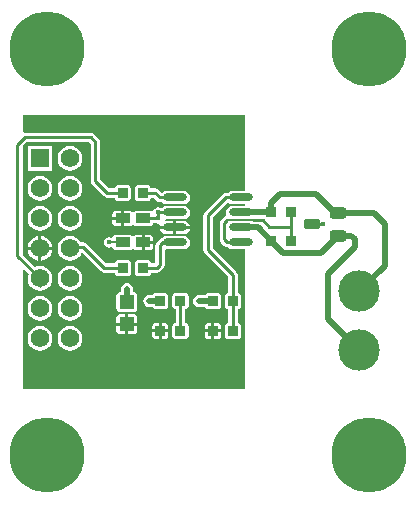
<source format=gtl>
%FSLAX24Y24*%
%MOIN*%
%SFA1B1*%

%IPPOS*%
%AMD10*
4,1,8,-0.027500,0.009900,-0.027500,-0.009900,-0.017700,-0.019700,0.017700,-0.019700,0.027500,-0.009900,0.027500,0.009900,0.017700,0.019700,-0.017700,0.019700,-0.027500,0.009900,0.0*
1,1,0.019600,-0.017700,0.009900*
1,1,0.019600,-0.017700,-0.009900*
1,1,0.019600,0.017700,-0.009900*
1,1,0.019600,0.017700,0.009900*
%
%AMD11*
4,1,8,-0.027500,0.009900,-0.027500,-0.009900,-0.017700,-0.019700,0.017700,-0.019700,0.027500,-0.009900,0.027500,0.009900,0.017700,0.019700,-0.017700,0.019700,-0.027500,0.009900,0.0*
1,1,0.019600,-0.017700,0.009900*
1,1,0.019600,-0.017700,-0.009900*
1,1,0.019600,0.017700,-0.009900*
1,1,0.019600,0.017700,0.009900*
%
%AMD12*
4,1,8,-0.027500,0.008800,-0.027500,-0.008800,-0.018600,-0.017700,0.018600,-0.017700,0.027500,-0.008800,0.027500,0.008800,0.018600,0.017700,-0.018600,0.017700,-0.027500,0.008800,0.0*
1,1,0.017800,-0.018600,0.008800*
1,1,0.017800,-0.018600,-0.008800*
1,1,0.017800,0.018600,-0.008800*
1,1,0.017800,0.018600,0.008800*
%
%AMD13*
4,1,8,-0.015000,-0.017700,0.015000,-0.017700,0.016700,-0.016000,0.016700,0.016000,0.015000,0.017700,-0.015000,0.017700,-0.016700,0.016000,-0.016700,-0.016000,-0.015000,-0.017700,0.0*
1,1,0.003400,-0.015000,-0.016000*
1,1,0.003400,0.015000,-0.016000*
1,1,0.003400,0.015000,0.016000*
1,1,0.003400,-0.015000,0.016000*
%
%AMD14*
4,1,8,-0.022000,-0.015700,0.022000,-0.015700,0.023600,-0.014100,0.023600,0.014100,0.022000,0.015700,-0.022000,0.015700,-0.023600,0.014100,-0.023600,-0.014100,-0.022000,-0.015700,0.0*
1,1,0.003200,-0.022000,-0.014100*
1,1,0.003200,0.022000,-0.014100*
1,1,0.003200,0.022000,0.014100*
1,1,0.003200,-0.022000,0.014100*
%
%AMD15*
4,1,8,-0.024600,0.021200,-0.024600,-0.021200,-0.022200,-0.023600,0.022200,-0.023600,0.024600,-0.021200,0.024600,0.021200,0.022200,0.023600,-0.022200,0.023600,-0.024600,0.021200,0.0*
1,1,0.004800,-0.022200,0.021200*
1,1,0.004800,-0.022200,-0.021200*
1,1,0.004800,0.022200,-0.021200*
1,1,0.004800,0.022200,0.021200*
%
G04~CAMADD=10~8~0.0~0.0~394.0~551.0~98.0~0.0~15~0.0~0.0~0.0~0.0~0~0.0~0.0~0.0~0.0~0~0.0~0.0~0.0~90.0~550.0~393.0*
%ADD10D10*%
G04~CAMADD=11~8~0.0~0.0~394.0~551.0~98.0~0.0~15~0.0~0.0~0.0~0.0~0~0.0~0.0~0.0~0.0~0~0.0~0.0~0.0~90.0~550.0~393.0*
%ADD11D11*%
G04~CAMADD=12~8~0.0~0.0~354.0~551.0~89.0~0.0~15~0.0~0.0~0.0~0.0~0~0.0~0.0~0.0~0.0~0~0.0~0.0~0.0~90.0~550.0~353.0*
%ADD12D12*%
G04~CAMADD=13~8~0.0~0.0~335.0~354.0~17.0~0.0~15~0.0~0.0~0.0~0.0~0~0.0~0.0~0.0~0.0~0~0.0~0.0~0.0~180.0~334.0~354.0*
%ADD13D13*%
G04~CAMADD=14~8~0.0~0.0~472.0~315.0~16.0~0.0~15~0.0~0.0~0.0~0.0~0~0.0~0.0~0.0~0.0~0~0.0~0.0~0.0~180.0~472.0~314.0*
%ADD14D14*%
G04~CAMADD=15~8~0.0~0.0~472.0~492.0~24.0~0.0~15~0.0~0.0~0.0~0.0~0~0.0~0.0~0.0~0.0~0~0.0~0.0~0.0~90.0~492.0~472.0*
%ADD15D15*%
%ADD16O,0.080000X0.024000*%
%ADD17C,0.010000*%
%ADD18C,0.006000*%
%ADD19C,0.020000*%
%ADD20C,0.250000*%
%ADD21C,0.137800*%
%ADD22C,0.062000*%
%ADD23R,0.062000X0.062000*%
%ADD24C,0.015000*%
%LNpcb-1*%
%LPD*%
G36*
X17650Y17874D02*
X17220D01*
X17134Y17857*
X17061Y17809*
X17058Y17803*
X17000*
X16941Y17791*
X16892Y17758*
X16292Y17158*
X16259Y17109*
X16247Y17050*
Y15900*
X16259Y15841*
X16292Y15792*
X17082Y15002*
Y14479*
X17039Y14470*
X17000Y14445*
X16974Y14406*
X16965Y14360*
Y14040*
X16974Y13994*
X17000Y13955*
X17039Y13930*
X17082Y13921*
Y13479*
X17039Y13470*
X17000Y13445*
X16974Y13406*
X16965Y13360*
Y13040*
X16974Y12994*
X17000Y12955*
X17039Y12930*
X17084Y12921*
X17385*
X17431Y12930*
X17469Y12955*
X17495Y12994*
X17504Y13040*
Y13360*
X17495Y13406*
X17469Y13445*
X17431Y13470*
X17388Y13479*
Y13921*
X17431Y13930*
X17469Y13955*
X17495Y13994*
X17504Y14040*
Y14360*
X17495Y14406*
X17469Y14445*
X17431Y14470*
X17388Y14479*
Y15065*
X17376Y15124*
X17343Y15173*
X16553Y15963*
Y16987*
X17058Y17492*
X17061Y17491*
X17134Y17443*
X17220Y17426*
X17650*
Y17374*
X17220*
X17134Y17357*
X17061Y17309*
X17013Y17236*
X16996Y17150*
X17007Y17095*
X16993Y17046*
X16975Y17030*
X16942Y17008*
X16842Y16908*
X16809Y16859*
X16797Y16800*
Y16250*
X16809Y16191*
X16842Y16142*
X16942Y16042*
X16991Y16009*
X17050Y15997*
X17058*
X17061Y15991*
X17134Y15943*
X17220Y15926*
X17650*
Y11250*
X10500*
X10285*
X10250Y11285*
Y15218*
X10296Y15238*
X10423Y15111*
X10401Y15057*
X10386Y14950*
X10401Y14843*
X10442Y14743*
X10508Y14658*
X10593Y14592*
X10693Y14551*
X10800Y14536*
X10907Y14551*
X11007Y14592*
X11092Y14658*
X11158Y14743*
X11199Y14843*
X11214Y14950*
X11199Y15057*
X11158Y15157*
X11092Y15242*
X11007Y15308*
X10907Y15349*
X10800Y15364*
X10693Y15349*
X10639Y15327*
X10250Y15716*
Y19384*
X10363Y19497*
X12437*
X12497Y19437*
Y18200*
X12509Y18141*
X12542Y18092*
X12942Y17692*
X12991Y17659*
X13050Y17647*
X13286*
Y17640*
X13295Y17594*
X13321Y17555*
X13359Y17530*
X13405Y17521*
X13706*
X13752Y17530*
X13790Y17555*
X13816Y17594*
X13825Y17640*
Y17960*
X13816Y18006*
X13790Y18045*
X13752Y18070*
X13706Y18079*
X13405*
X13359Y18070*
X13321Y18045*
X13295Y18006*
X13286Y17960*
Y17953*
X13113*
X12803Y18263*
Y19500*
X12791Y19559*
X12758Y19608*
X12608Y19758*
X12559Y19791*
X12500Y19803*
X10300*
X10250Y19844*
Y20400*
X17650*
Y17874*
G37*
%LNpcb-2*%
%LPC*%
G36*
X13922Y13765D02*
X13750D01*
Y13476*
X14048*
Y13639*
X14039Y13687*
X14012Y13728*
X13971Y13755*
X13922Y13765*
G37*
G36*
X10800Y14364D02*
X10693Y14349D01*
X10593Y14308*
X10508Y14242*
X10442Y14157*
X10401Y14057*
X10386Y13950*
X10401Y13843*
X10442Y13743*
X10508Y13658*
X10593Y13592*
X10693Y13551*
X10800Y13536*
X10907Y13551*
X11007Y13592*
X11092Y13658*
X11158Y13743*
X11199Y13843*
X11214Y13950*
X11199Y14057*
X11158Y14157*
X11092Y14242*
X11007Y14308*
X10907Y14349*
X10800Y14364*
G37*
G36*
X16515Y13479D02*
X16415D01*
X16369Y13470*
X16331Y13445*
X16305Y13406*
X16296Y13360*
Y13250*
X16515*
Y13479*
G37*
G36*
X16716D02*
X16615D01*
Y13250*
X16835*
Y13360*
X16826Y13406*
X16800Y13445*
X16761Y13470*
X16716Y13479*
G37*
G36*
X13650Y13765D02*
X13478D01*
X13429Y13755*
X13388Y13728*
X13361Y13687*
X13352Y13639*
Y13476*
X13650*
Y13765*
G37*
G36*
X16716Y14479D02*
X16415D01*
X16369Y14470*
X16331Y14445*
X16305Y14406*
X16304Y14404*
X16100*
X16022Y14388*
X15956Y14344*
X15912Y14278*
X15896Y14200*
X15912Y14122*
X15956Y14056*
X16022Y14012*
X16100Y13996*
X16304*
X16305Y13994*
X16331Y13955*
X16369Y13930*
X16415Y13921*
X16716*
X16761Y13930*
X16800Y13955*
X16826Y13994*
X16835Y14040*
Y14360*
X16826Y14406*
X16800Y14445*
X16761Y14470*
X16716Y14479*
G37*
G36*
X11800Y15364D02*
X11693Y15349D01*
X11593Y15308*
X11508Y15242*
X11442Y15157*
X11401Y15057*
X11386Y14950*
X11401Y14843*
X11442Y14743*
X11508Y14658*
X11593Y14592*
X11693Y14551*
X11800Y14536*
X11907Y14551*
X12007Y14592*
X12092Y14658*
X12158Y14743*
X12199Y14843*
X12214Y14950*
X12199Y15057*
X12158Y15157*
X12092Y15242*
X12007Y15308*
X11907Y15349*
X11800Y15364*
G37*
G36*
X14966Y14479D02*
X14665D01*
X14619Y14470*
X14581Y14445*
X14555Y14406*
X14554Y14404*
X14450*
X14372Y14388*
X14306Y14344*
X14262Y14278*
X14246Y14200*
X14262Y14122*
X14306Y14056*
X14372Y14012*
X14450Y13996*
X14554*
X14555Y13994*
X14581Y13955*
X14619Y13930*
X14665Y13921*
X14966*
X15011Y13930*
X15050Y13955*
X15076Y13994*
X15085Y14040*
Y14360*
X15076Y14406*
X15050Y14445*
X15011Y14470*
X14966Y14479*
G37*
G36*
X11800Y14364D02*
X11693Y14349D01*
X11593Y14308*
X11508Y14242*
X11442Y14157*
X11401Y14057*
X11386Y13950*
X11401Y13843*
X11442Y13743*
X11508Y13658*
X11593Y13592*
X11693Y13551*
X11800Y13536*
X11907Y13551*
X12007Y13592*
X12092Y13658*
X12158Y13743*
X12199Y13843*
X12214Y13950*
X12199Y14057*
X12158Y14157*
X12092Y14242*
X12007Y14308*
X11907Y14349*
X11800Y14364*
G37*
G36*
X13700Y14804D02*
X13622Y14788D01*
X13556Y14744*
X13512Y14678*
X13496Y14600*
Y14513*
X13478*
X13429Y14503*
X13388Y14476*
X13361Y14435*
X13352Y14387*
Y13961*
X13361Y13913*
X13388Y13872*
X13429Y13845*
X13478Y13835*
X13922*
X13971Y13845*
X14012Y13872*
X14039Y13913*
X14048Y13961*
Y14387*
X14039Y14435*
X14012Y14476*
X13971Y14503*
X13922Y14513*
X13904*
Y14600*
X13888Y14678*
X13844Y14744*
X13778Y14788*
X13700Y14804*
G37*
G36*
X14966Y13479D02*
X14865D01*
Y13250*
X15085*
Y13360*
X15076Y13406*
X15050Y13445*
X15011Y13470*
X14966Y13479*
G37*
G36*
X15085Y13150D02*
X14865D01*
Y12921*
X14966*
X15011Y12930*
X15050Y12955*
X15076Y12994*
X15085Y13040*
Y13150*
G37*
G36*
X15635Y14479D02*
X15334D01*
X15289Y14470*
X15250Y14445*
X15224Y14406*
X15215Y14360*
Y14040*
X15224Y13994*
X15250Y13955*
X15289Y13930*
X15332Y13921*
Y13479*
X15289Y13470*
X15250Y13445*
X15224Y13406*
X15215Y13360*
Y13040*
X15224Y12994*
X15250Y12955*
X15289Y12930*
X15334Y12921*
X15635*
X15681Y12930*
X15719Y12955*
X15745Y12994*
X15754Y13040*
Y13360*
X15745Y13406*
X15719Y13445*
X15681Y13470*
X15638Y13479*
Y13921*
X15681Y13930*
X15719Y13955*
X15745Y13994*
X15754Y14040*
Y14360*
X15745Y14406*
X15719Y14445*
X15681Y14470*
X15635Y14479*
G37*
G36*
X14765Y13150D02*
X14546D01*
Y13040*
X14555Y12994*
X14581Y12955*
X14619Y12930*
X14665Y12921*
X14765*
Y13150*
G37*
G36*
X10800Y13364D02*
X10693Y13349D01*
X10593Y13308*
X10508Y13242*
X10442Y13157*
X10401Y13057*
X10386Y12950*
X10401Y12843*
X10442Y12743*
X10508Y12658*
X10593Y12592*
X10693Y12551*
X10800Y12536*
X10907Y12551*
X11007Y12592*
X11092Y12658*
X11158Y12743*
X11199Y12843*
X11214Y12950*
X11199Y13057*
X11158Y13157*
X11092Y13242*
X11007Y13308*
X10907Y13349*
X10800Y13364*
G37*
G36*
X11800D02*
X11693Y13349D01*
X11593Y13308*
X11508Y13242*
X11442Y13157*
X11401Y13057*
X11386Y12950*
X11401Y12843*
X11442Y12743*
X11508Y12658*
X11593Y12592*
X11693Y12551*
X11800Y12536*
X11907Y12551*
X12007Y12592*
X12092Y12658*
X12158Y12743*
X12199Y12843*
X12214Y12950*
X12199Y13057*
X12158Y13157*
X12092Y13242*
X12007Y13308*
X11907Y13349*
X11800Y13364*
G37*
G36*
X14048Y13376D02*
X13750D01*
Y13087*
X13922*
X13971Y13097*
X14012Y13124*
X14039Y13165*
X14048Y13213*
Y13376*
G37*
G36*
X14765Y13479D02*
X14665D01*
X14619Y13470*
X14581Y13445*
X14555Y13406*
X14546Y13360*
Y13250*
X14765*
Y13479*
G37*
G36*
X13650Y13376D02*
X13352D01*
Y13213*
X13361Y13165*
X13388Y13124*
X13429Y13097*
X13478Y13087*
X13650*
Y13376*
G37*
G36*
X16515Y13150D02*
X16296D01*
Y13040*
X16305Y12994*
X16331Y12955*
X16369Y12930*
X16415Y12921*
X16515*
Y13150*
G37*
G36*
X16835D02*
X16615D01*
Y12921*
X16716*
X16761Y12930*
X16800Y12955*
X16826Y12994*
X16835Y13040*
Y13150*
G37*
G36*
X11800Y16364D02*
X11693Y16349D01*
X11593Y16308*
X11508Y16242*
X11442Y16157*
X11401Y16057*
X11386Y15950*
X11401Y15843*
X11442Y15743*
X11508Y15658*
X11593Y15592*
X11693Y15551*
X11800Y15536*
X11907Y15551*
X12007Y15592*
X12092Y15658*
X12158Y15743*
X12180Y15795*
X12229Y15805*
X12842Y15192*
X12891Y15159*
X12950Y15147*
X13296*
Y15140*
X13305Y15094*
X13331Y15055*
X13369Y15030*
X13415Y15021*
X13716*
X13761Y15030*
X13800Y15055*
X13826Y15094*
X13835Y15140*
Y15460*
X13826Y15506*
X13800Y15545*
X13761Y15570*
X13716Y15579*
X13415*
X13369Y15570*
X13331Y15545*
X13305Y15506*
X13296Y15460*
Y15453*
X13013*
X12358Y16108*
X12309Y16141*
X12250Y16153*
X12160*
X12158Y16157*
X12092Y16242*
X12007Y16308*
X11907Y16349*
X11800Y16364*
G37*
G36*
X13506Y17210D02*
X13335D01*
X13290Y17201*
X13252Y17175*
X13226Y17137*
X13217Y17092*
Y17000*
X13506*
Y17210*
G37*
G36*
X15580Y17374D02*
X15020D01*
X14934Y17357*
X14861Y17309*
X14858Y17303*
X14836*
X14818Y17315*
X14750Y17328*
X14682Y17315*
X14624Y17276*
X14585Y17218*
X14583Y17208*
X14582Y17206*
X14528Y17189*
X14510Y17201*
X14465Y17210*
X14024*
X13979Y17201*
X13941Y17175*
X13928Y17157*
X13872*
X13859Y17175*
X13821Y17201*
X13776Y17210*
X13606*
Y16950*
Y16690*
X13776*
X13821Y16699*
X13859Y16725*
X13872Y16743*
X13928*
X13941Y16725*
X13979Y16699*
X14024Y16690*
X14465*
X14510Y16699*
X14548Y16725*
X14574Y16763*
X14581Y16797*
X14664*
X14682Y16785*
X14750Y16772*
X14781Y16778*
X14813Y16736*
X14806Y16700*
X15250*
Y16874*
X15020*
X14998Y16870*
X14963Y16903*
X15000Y16930*
X15020Y16926*
X15580*
X15666Y16943*
X15739Y16991*
X15787Y17064*
X15804Y17150*
X15787Y17236*
X15739Y17309*
X15666Y17357*
X15580Y17374*
G37*
G36*
Y16874D02*
X15350D01*
Y16700*
X15794*
X15787Y16736*
X15739Y16809*
X15666Y16857*
X15580Y16874*
G37*
G36*
X11800Y17364D02*
X11693Y17349D01*
X11593Y17308*
X11508Y17242*
X11442Y17157*
X11401Y17057*
X11386Y16950*
X11401Y16843*
X11442Y16743*
X11508Y16658*
X11593Y16592*
X11693Y16551*
X11800Y16536*
X11907Y16551*
X12007Y16592*
X12092Y16658*
X12158Y16743*
X12199Y16843*
X12214Y16950*
X12199Y17057*
X12158Y17157*
X12092Y17242*
X12007Y17308*
X11907Y17349*
X11800Y17364*
G37*
G36*
X13506Y16900D02*
X13217D01*
Y16808*
X13226Y16763*
X13252Y16725*
X13290Y16699*
X13335Y16690*
X13506*
Y16900*
G37*
G36*
X11800Y19364D02*
X11693Y19349D01*
X11593Y19308*
X11508Y19242*
X11442Y19157*
X11401Y19057*
X11386Y18950*
X11401Y18843*
X11442Y18743*
X11508Y18658*
X11593Y18592*
X11693Y18551*
X11800Y18536*
X11907Y18551*
X12007Y18592*
X12092Y18658*
X12158Y18743*
X12199Y18843*
X12214Y18950*
X12199Y19057*
X12158Y19157*
X12092Y19242*
X12007Y19308*
X11907Y19349*
X11800Y19364*
G37*
G36*
X11210Y19360D02*
X10390D01*
Y18540*
X11210*
Y19360*
G37*
G36*
X11800Y18364D02*
X11693Y18349D01*
X11593Y18308*
X11508Y18242*
X11442Y18157*
X11401Y18057*
X11386Y17950*
X11401Y17843*
X11442Y17743*
X11508Y17658*
X11593Y17592*
X11693Y17551*
X11800Y17536*
X11907Y17551*
X12007Y17592*
X12092Y17658*
X12158Y17743*
X12199Y17843*
X12214Y17950*
X12199Y18057*
X12158Y18157*
X12092Y18242*
X12007Y18308*
X11907Y18349*
X11800Y18364*
G37*
G36*
X14375Y18079D02*
X14074D01*
X14029Y18070*
X13990Y18045*
X13964Y18006*
X13955Y17960*
Y17640*
X13964Y17594*
X13990Y17555*
X14029Y17530*
X14074Y17521*
X14375*
X14421Y17530*
X14460Y17555*
X14485Y17594*
X14494Y17640*
Y17647*
X14587*
X14692Y17542*
X14741Y17509*
X14800Y17497*
X14858*
X14861Y17491*
X14934Y17443*
X15020Y17426*
X15580*
X15666Y17443*
X15739Y17491*
X15787Y17564*
X15804Y17650*
X15787Y17736*
X15739Y17809*
X15666Y17857*
X15580Y17874*
X15020*
X14934Y17857*
X14861Y17809*
X14858Y17808*
X14758Y17908*
X14709Y17941*
X14650Y17953*
X14494*
Y17960*
X14485Y18006*
X14460Y18045*
X14421Y18070*
X14375Y18079*
G37*
G36*
X10800Y18364D02*
X10693Y18349D01*
X10593Y18308*
X10508Y18242*
X10442Y18157*
X10401Y18057*
X10386Y17950*
X10401Y17843*
X10442Y17743*
X10508Y17658*
X10593Y17592*
X10693Y17551*
X10800Y17536*
X10907Y17551*
X11007Y17592*
X11092Y17658*
X11158Y17743*
X11199Y17843*
X11214Y17950*
X11199Y18057*
X11158Y18157*
X11092Y18242*
X11007Y18308*
X10907Y18349*
X10800Y18364*
G37*
G36*
Y17364D02*
X10693Y17349D01*
X10593Y17308*
X10508Y17242*
X10442Y17157*
X10401Y17057*
X10386Y16950*
X10401Y16843*
X10442Y16743*
X10508Y16658*
X10593Y16592*
X10693Y16551*
X10800Y16536*
X10907Y16551*
X11007Y16592*
X11092Y16658*
X11158Y16743*
X11199Y16843*
X11214Y16950*
X11199Y17057*
X11158Y17157*
X11092Y17242*
X11007Y17308*
X10907Y17349*
X10800Y17364*
G37*
G36*
X15580Y16374D02*
X15020D01*
X14934Y16357*
X14861Y16309*
X14851Y16294*
X14840Y16291*
X14790Y16258*
X14692Y16160*
X14659Y16110*
X14647Y16051*
Y15463*
X14637Y15453*
X14504*
Y15460*
X14495Y15506*
X14469Y15545*
X14431Y15570*
X14385Y15579*
X14084*
X14039Y15570*
X14000Y15545*
X13974Y15506*
X13965Y15460*
Y15140*
X13974Y15094*
X14000Y15055*
X14039Y15030*
X14084Y15021*
X14385*
X14431Y15030*
X14469Y15055*
X14495Y15094*
X14504Y15140*
Y15147*
X14700*
X14759Y15159*
X14808Y15192*
X14908Y15292*
X14941Y15341*
X14953Y15400*
Y15900*
X14992Y15931*
X15020Y15926*
X15580*
X15666Y15943*
X15739Y15991*
X15787Y16064*
X15804Y16150*
X15787Y16236*
X15739Y16309*
X15666Y16357*
X15580Y16374*
G37*
G36*
X10750Y16357D02*
X10693Y16349D01*
X10593Y16308*
X10508Y16242*
X10442Y16157*
X10401Y16057*
X10393Y16000*
X10750*
Y16357*
G37*
G36*
X14583Y16100D02*
X14294D01*
Y15890*
X14465*
X14510Y15899*
X14548Y15925*
X14574Y15963*
X14583Y16008*
Y16100*
G37*
G36*
X10750Y15900D02*
X10393D01*
X10401Y15843*
X10442Y15743*
X10508Y15658*
X10593Y15592*
X10693Y15551*
X10750Y15543*
Y15900*
G37*
G36*
X11207D02*
X10850D01*
Y15543*
X10907Y15551*
X11007Y15592*
X11092Y15658*
X11158Y15743*
X11199Y15843*
X11207Y15900*
G37*
G36*
X15250Y16600D02*
X14806D01*
X14813Y16564*
X14861Y16491*
X14934Y16443*
X15020Y16426*
X15250*
Y16600*
G37*
G36*
X15794D02*
X15350D01*
Y16426*
X15580*
X15666Y16443*
X15739Y16491*
X15787Y16564*
X15794Y16600*
G37*
G36*
X14194Y16410D02*
X14024D01*
X13979Y16401*
X13941Y16375*
X13928Y16357*
X13872*
X13859Y16375*
X13821Y16401*
X13776Y16410*
X13335*
X13290Y16401*
X13252Y16375*
X13226Y16337*
Y16336*
X13170Y16313*
X13168Y16315*
X13100Y16328*
X13032Y16315*
X12974Y16276*
X12935Y16218*
X12922Y16150*
X12935Y16082*
X12974Y16024*
X13032Y15985*
X13100Y15972*
X13168Y15985*
X13170Y15987*
X13226Y15964*
Y15963*
X13252Y15925*
X13290Y15899*
X13335Y15890*
X13776*
X13821Y15899*
X13859Y15925*
X13872Y15943*
X13928*
X13941Y15925*
X13979Y15899*
X14024Y15890*
X14194*
Y16150*
Y16410*
G37*
G36*
X10850Y16357D02*
Y16000D01*
X11207*
X11199Y16057*
X11158Y16157*
X11092Y16242*
X11007Y16308*
X10907Y16349*
X10850Y16357*
G37*
G36*
X14465Y16410D02*
X14294D01*
Y16200*
X14583*
Y16292*
X14574Y16337*
X14548Y16375*
X14510Y16401*
X14465Y16410*
G37*
%LNpcb-3*%
%LPD*%
G54D10*
X20733Y16376D03*
G54D11*
X20733Y17124D03*
G54D12*
X19867Y16750D03*
G54D13*
X18515Y17150D03*
X19185D03*
X17235Y14200D03*
X16565D03*
X15485D03*
X14815D03*
X16565Y13200D03*
X17235D03*
X14815D03*
X15485D03*
X13556Y17800D03*
X14225D03*
X13565Y15300D03*
X14235D03*
X19185Y16200D03*
X18515D03*
G54D14*
X13556Y16150D03*
X14244D03*
Y16950D03*
X13556D03*
G54D15*
X13700Y13426D03*
Y14174D03*
G54D16*
X15300Y17650D03*
Y17150D03*
Y16650D03*
Y16150D03*
X17500D03*
Y16650D03*
Y17150D03*
Y17650D03*
G54D17*
X14800Y16051D02*
X14899Y16150D01*
X15300*
X14800Y15400D02*
Y16051D01*
X14700Y15300D02*
X14800Y15400D01*
X11850Y16000D02*
X12250D01*
X12950Y15300*
X13565*
X14235D02*
X14700D01*
X17050Y16150D02*
X17500D01*
X16950Y16250D02*
X17050Y16150D01*
X16950Y16250D02*
Y16800D01*
X11800Y15950D02*
X11850Y16000D01*
X10800Y14700D02*
Y14950D01*
X10050Y15700D02*
X10800Y14950D01*
X10050Y15700D02*
Y19400D01*
X10300Y19650*
X12500*
X12650Y19500*
X15485Y13200D02*
Y14200D01*
X17235Y13200D02*
Y14200D01*
Y13400D02*
Y15065D01*
X16400Y15900D02*
X17235Y15065D01*
X16400Y15900D02*
Y17050D01*
X17000Y17650*
X17500*
X16950Y16800D02*
X17050Y16900D01*
X17912D02*
X18219D01*
X18444Y16675*
X19185D02*
Y17150D01*
Y16200D02*
Y16675D01*
X18444D02*
X19185D01*
X14750Y16950D02*
Y17150D01*
X14244Y16950D02*
X14750D01*
Y17150D02*
X15300D01*
X20250Y16750D02*
D01*
X19867D02*
X20250D01*
X14225Y17800D02*
X14650D01*
X14800Y17650*
X15300*
X19867Y16750D02*
Y16823D01*
X12650Y18200D02*
Y19500D01*
Y18200D02*
X13050Y17800D01*
X13556*
G54D18*
X13100Y16150D02*
X13556D01*
X17050Y16900D02*
X17912D01*
G54D19*
X16100Y14200D02*
X16565D01*
X14450D02*
X14815D01*
X13700Y14174D02*
Y14600D01*
X17500Y16650D02*
X18065D01*
X18515Y16200*
Y16185D02*
Y16200D01*
Y16185D02*
X18900Y15800D01*
X20157*
X20733Y16376*
X17500Y17150D02*
X18515D01*
Y17465*
X18800Y17750*
X20000*
X20626Y17124*
X20733*
X21450Y14519D02*
X22300Y15368D01*
Y16750*
X21926Y17124D02*
X22300Y16750D01*
X20733Y17124D02*
X21926D01*
X21300Y16000D02*
Y16250D01*
X21174Y16376D02*
X21300Y16250D01*
X20733Y16376D02*
X21174D01*
X20400Y13600D02*
X21450Y12550D01*
X20400Y13600D02*
Y15100D01*
X21300Y16000*
G54D20*
X11050Y22600D03*
X21785D03*
Y9050D03*
X11050D03*
G54D21*
X21450Y14519D03*
Y12550D03*
G54D22*
X11800Y18950D03*
Y16950D03*
Y15950D03*
X10800D03*
X11800Y14950D03*
X10800D03*
X11800Y13950D03*
X10800D03*
X11800Y12950D03*
X10800D03*
X11800Y17950D03*
X10800Y16950D03*
Y17950D03*
G54D23*
X10800Y18950D03*
G54D24*
X13100Y16150D03*
X14450Y14200D03*
X14750Y17150D03*
Y16950D03*
X13700Y14600D03*
X16100Y14200D03*
X20250Y16750D03*
M02*
</source>
